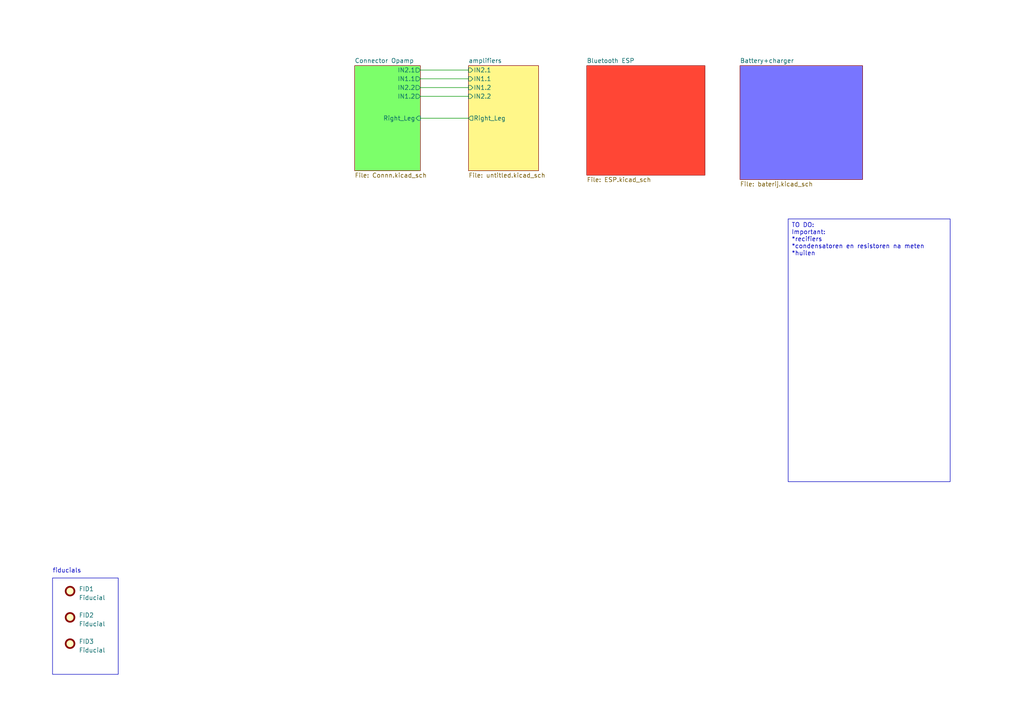
<source format=kicad_sch>
(kicad_sch (version 20230121) (generator eeschema)
  (paper "A4")
  (lib_symbols
    (symbol "Mechanical:Fiducial"
      (property "Reference" "FID" (at 0 5.08 0))
      (property "Value" "Fiducial" (at 0 3.175 0))
      (symbol "Fiducial_0_1"
        (circle (center 0 0) (radius 1.27) (stroke (width 0.508)) (fill (type background)))
      )
    )
  )
  (wire (pts (xy 121.92 34.29) (xy 135.89 34.29)))
  (wire (pts (xy 121.92 20.32) (xy 135.89 20.32)))
  (wire (pts (xy 121.92 25.4) (xy 135.89 25.4)))
  (wire (pts (xy 121.92 22.86) (xy 135.89 22.86)))
  (wire (pts (xy 121.92 27.94) (xy 135.89 27.94)))
  (rectangle (start 15.24 167.64) (end 34.29 195.58))
  (text_box "TO DO:\nImportant:\n*recifiers\n*condensatoren en resistoren na meten\n*huilen\n" (at 228.6 63.5 0) (size 46.99 76.2) (effects (font (size 1.27 1.27)) (justify left top)))
  (text "fiducials" (at 15.24 166.37 0) (effects (font (size 1.27 1.27)) (justify left bottom)))
  (symbol (lib_id "Mechanical:Fiducial") (at 20.32 179.07 0) (unit 1)
    (property "Reference" "FID2" (at 22.86 178.435 0) (effects (justify left)))
    (property "Value" "Fiducial" (at 22.86 180.975 0) (effects (justify left)))
    (property "Footprint" "Fiducial:Fiducial_0.5mm_Mask1.5mm" (effects hide))
  )
  (symbol (lib_id "Mechanical:Fiducial") (at 20.32 186.69 0) (unit 1)
    (property "Reference" "FID3" (at 22.86 186.055 0) (effects (justify left)))
    (property "Value" "Fiducial" (at 22.86 188.595 0) (effects (justify left)))
    (property "Footprint" "Fiducial:Fiducial_0.5mm_Mask1.5mm" (effects hide))
  )
  (symbol (lib_id "Mechanical:Fiducial") (at 20.32 171.45 0) (unit 1)
    (property "Reference" "FID1" (at 22.86 170.815 0) (effects (justify left)))
    (property "Value" "Fiducial" (at 22.86 173.355 0) (effects (justify left)))
    (property "Footprint" "Fiducial:Fiducial_0.5mm_Mask1.5mm" (effects hide))
  )
  (sheet (at 214.63 19.05) (size 35.56 33.02) (stroke (width 0.1524)) (fill (color 120 117 255 1.0000))
    (property "Sheetname" "Battery+charger" (at 214.63 18.3384 0) (effects (justify left bottom)))
    (property "Sheetfile" "baterij.kicad_sch" (at 214.63 52.6546 0) (effects (justify left top)))
  )
  (sheet (at 102.87 19.05) (size 19.05 30.48) (stroke (width 0.1524)) (fill (color 124 255 106 1.0000))
    (property "Sheetname" "Connector Opamp" (at 102.87 18.3384 0) (effects (justify left bottom)))
    (property "Sheetfile" "Connn.kicad_sch" (at 102.87 50.1146 0) (effects (justify left top)))
    (pin "IN2.1" output (at 121.92 20.32 0))
    (pin "Right_Leg" input (at 121.92 34.29 0))
    (pin "IN1.1" output (at 121.92 22.86 0))
    (pin "IN2.2" output (at 121.92 25.4 0))
    (pin "IN1.2" output (at 121.92 27.94 0))
  )
  (sheet (at 135.89 19.05) (size 20.32 30.48) (stroke (width 0.1524)) (fill (color 255 247 137 1.0000))
    (property "Sheetname" "amplifiers" (at 135.89 18.3384 0) (effects (justify left bottom)))
    (property "Sheetfile" "untitled.kicad_sch" (at 135.89 50.1146 0) (effects (justify left top)))
    (pin "IN2.2" input (at 135.89 27.94 180))
    (pin "IN1.1" input (at 135.89 22.86 180))
    (pin "IN2.1" input (at 135.89 20.32 180))
    (pin "IN1.2" input (at 135.89 25.4 180))
    (pin "Right_Leg" output (at 135.89 34.29 180))
  )
  (sheet (at 170.18 19.05) (size 34.29 31.75) (stroke (width 0.1524)) (fill (color 255 70 53 1.0000))
    (property "Sheetname" "Bluetooth ESP" (at 170.18 18.3384 0) (effects (justify left bottom)))
    (property "Sheetfile" "ESP.kicad_sch" (at 170.18 51.3846 0) (effects (justify left top)))
  )
)
</source>
